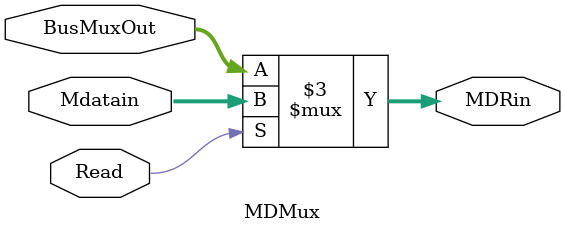
<source format=v>
module MDMux(
        input [31:0] BusMuxOut,
        input [31:0] Mdatain,
        input Read,
        output reg [31:0] MDRin
    );

    always @ (*) begin
        if (Read) begin
            MDRin = Mdatain;
        end else begin
            MDRin = BusMuxOut;
        end
    end
endmodule
</source>
